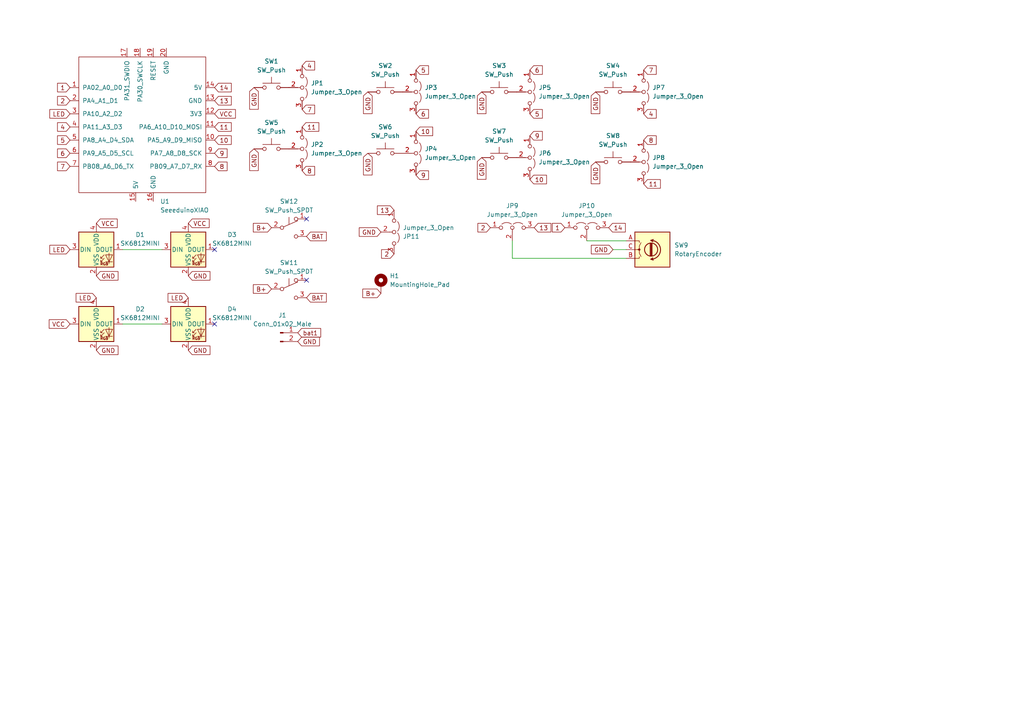
<source format=kicad_sch>
(kicad_sch (version 20211123) (generator eeschema)
  (paper "A4")
  (lib_symbols
    (symbol "Connector:Conn_01x02_Male" (pin_names (offset 1.016) hide)
      (property "Reference" "J" (at 0 2.54 0))
      (property "Value" "Conn_01x02_Male" (at 0 -5.08 0))
      (symbol "Conn_01x02_Male_1_1"
        (polyline (pts (xy 1.27 -2.54) (xy 0.8636 -2.54)) (stroke (width 0.1524)))
        (polyline (pts (xy 1.27 0) (xy 0.8636 0)) (stroke (width 0.1524)))
        (rectangle (start 0.8636 -2.413) (end 0 -2.667) (stroke (width 0.1524)) (fill (type outline)))
        (rectangle (start 0.8636 0.127) (end 0 -0.127) (stroke (width 0.1524)) (fill (type outline)))
        (pin passive line (at 5.08 0 180) (length 3.81) (name "Pin_1") (number "1"))
        (pin passive line (at 5.08 -2.54 180) (length 3.81) (name "Pin_2") (number "2"))
      )
    )
    (symbol "Device:RotaryEncoder" (pin_names (offset 0.254) hide)
      (property "Reference" "SW" (at 0 6.604 0))
      (property "Value" "RotaryEncoder" (at 0 -6.604 0))
      (symbol "RotaryEncoder_0_1"
        (rectangle (start -5.08 5.08) (end 5.08 -5.08) (stroke (width 0.254)) (fill (type background)))
        (circle (center -3.81 0) (radius 0.254) (fill (type outline)))
        (arc (start -0.381 -2.794) (mid 2.3622 -0.0508) (end -0.381 2.667) (stroke (width 0.254)))
        (circle (center -0.381 0) (radius 1.905) (stroke (width 0.254)))
        (polyline (pts (xy -0.635 -1.778) (xy -0.635 1.778)) (stroke (width 0.254)))
        (polyline (pts (xy -0.381 -1.778) (xy -0.381 1.778)) (stroke (width 0.254)))
        (polyline (pts (xy -0.127 1.778) (xy -0.127 -1.778)) (stroke (width 0.254)))
        (polyline (pts (xy -5.08 -2.54) (xy -3.81 -2.54) (xy -3.81 -2.032)))
        (polyline (pts (xy -5.08 2.54) (xy -3.81 2.54) (xy -3.81 2.032)))
        (polyline (pts (xy 0.254 -3.048) (xy -0.508 -2.794) (xy 0.127 -2.413)) (stroke (width 0.254)))
        (polyline (pts (xy 0.254 2.921) (xy -0.508 2.667) (xy 0.127 2.286)) (stroke (width 0.254)))
        (polyline (pts (xy -5.08 0) (xy -3.81 0) (xy -3.81 -1.016) (xy -3.302 -2.032)))
        (polyline (pts (xy -4.318 0) (xy -3.81 0) (xy -3.81 1.016) (xy -3.302 2.032)))
      )
      (symbol "RotaryEncoder_1_1"
        (pin passive line (at -7.62 2.54 0) (length 2.54) (name "A") (number "A"))
        (pin passive line (at -7.62 -2.54 0) (length 2.54) (name "B") (number "B"))
        (pin passive line (at -7.62 0 0) (length 2.54) (name "C") (number "C"))
      )
    )
    (symbol "Jumper:Jumper_3_Open" (pin_names (offset 0) hide)
      (property "Reference" "JP" (at -2.54 -2.54 0))
      (property "Value" "Jumper_3_Open" (at 0 2.794 0))
      (symbol "Jumper_3_Open_0_0"
        (circle (center -3.302 0) (radius 0.508))
        (circle (center 0 0) (radius 0.508))
        (circle (center 3.302 0) (radius 0.508))
      )
      (symbol "Jumper_3_Open_0_1"
        (arc (start -0.254 1.016) (mid -1.651 1.4992) (end -3.048 1.016))
        (polyline (pts (xy 0 -0.508) (xy 0 -1.27)))
        (arc (start 3.048 1.016) (mid 1.651 1.4992) (end 0.254 1.016))
      )
      (symbol "Jumper_3_Open_1_1"
        (pin passive line (at -6.35 0 0) (length 2.54) (name "A") (number "1"))
        (pin passive line (at 0 -3.81 90) (length 2.54) (name "C") (number "2"))
        (pin passive line (at 6.35 0 180) (length 2.54) (name "B") (number "3"))
      )
    )
    (symbol "LED:SK6812MINI" (pin_names (offset 0.254))
      (property "Reference" "D" (at 5.08 5.715 0))
      (property "Value" "SK6812MINI" (at 1.27 -5.715 0))
      (symbol "SK6812MINI_0_0"
        (text "RGB" (at 2.286 -4.191 0) (effects (font (size 0.762 0.762))))
      )
      (symbol "SK6812MINI_0_1"
        (polyline (pts (xy 1.27 -3.556) (xy 1.778 -3.556)))
        (polyline (pts (xy 1.27 -2.54) (xy 1.778 -2.54)))
        (polyline (pts (xy 4.699 -3.556) (xy 2.667 -3.556)))
        (polyline (pts (xy 2.286 -2.54) (xy 1.27 -3.556) (xy 1.27 -3.048)))
        (polyline (pts (xy 2.286 -1.524) (xy 1.27 -2.54) (xy 1.27 -2.032)))
        (polyline (pts (xy 3.683 -1.016) (xy 3.683 -3.556) (xy 3.683 -4.064)))
        (polyline (pts (xy 4.699 -1.524) (xy 2.667 -1.524) (xy 3.683 -3.556) (xy 4.699 -1.524)))
        (rectangle (start 5.08 5.08) (end -5.08 -5.08) (stroke (width 0.254)) (fill (type background)))
      )
      (symbol "SK6812MINI_1_1"
        (pin output line (at 7.62 0 180) (length 2.54) (name "DOUT") (number "1"))
        (pin power_in line (at 0 -7.62 90) (length 2.54) (name "VSS") (number "2"))
        (pin input line (at -7.62 0 0) (length 2.54) (name "DIN") (number "3"))
        (pin power_in line (at 0 7.62 270) (length 2.54) (name "VDD") (number "4"))
      )
    )
    (symbol "Mechanical:MountingHole_Pad" (pin_numbers hide) (pin_names (offset 1.016) hide)
      (property "Reference" "H" (at 0 6.35 0))
      (property "Value" "MountingHole_Pad" (at 0 4.445 0))
      (symbol "MountingHole_Pad_0_1"
        (circle (center 0 1.27) (radius 1.27) (stroke (width 1.27)))
      )
      (symbol "MountingHole_Pad_1_1"
        (pin input line (at 0 -2.54 90) (length 2.54) (name "1") (number "1"))
      )
    )
    (symbol "Switch:SW_Push" (pin_numbers hide) (pin_names (offset 1.016) hide)
      (property "Reference" "SW" (at 1.27 2.54 0))
      (property "Value" "SW_Push" (at 0 -1.524 0))
      (symbol "SW_Push_0_1"
        (circle (center -2.032 0) (radius 0.508))
        (polyline (pts (xy 0 1.27) (xy 0 3.048)))
        (polyline (pts (xy 2.54 1.27) (xy -2.54 1.27)))
        (circle (center 2.032 0) (radius 0.508))
        (pin passive line (at -5.08 0 0) (length 2.54) (name "1") (number "1"))
        (pin passive line (at 5.08 0 180) (length 2.54) (name "2") (number "2"))
      )
    )
    (symbol "Switch:SW_Push_SPDT" (pin_names (offset 0) hide)
      (property "Reference" "SW" (at 0 4.318 0))
      (property "Value" "SW_Push_SPDT" (at 0 -5.08 0))
      (symbol "SW_Push_SPDT_0_0"
        (circle (center -2.032 0) (radius 0.508))
        (polyline (pts (xy 0 1.016) (xy 0 3.048)))
        (circle (center 2.032 -2.54) (radius 0.508))
      )
      (symbol "SW_Push_SPDT_0_1"
        (polyline (pts (xy -1.524 0.254) (xy 2.54 2.032)))
        (circle (center 2.032 2.54) (radius 0.508))
      )
      (symbol "SW_Push_SPDT_1_1"
        (pin passive line (at 5.08 2.54 180) (length 2.54) (name "A") (number "1"))
        (pin passive line (at -5.08 0 0) (length 2.54) (name "B") (number "2"))
        (pin passive line (at 5.08 -2.54 180) (length 2.54) (name "C") (number "3"))
      )
    )
    (symbol "xiao:SeeeduinoXIAO" (pin_names (offset 1.016))
      (property "Reference" "U" (at -19.05 22.86 0))
      (property "Value" "SeeeduinoXIAO" (at -12.7 21.59 0))
      (symbol "SeeeduinoXIAO_0_1"
        (rectangle (start -19.05 20.32) (end 17.78 -19.05))
      )
      (symbol "SeeeduinoXIAO_1_1"
        (pin unspecified line (at -21.59 11.43 0) (length 2.54) (name "PA02_A0_D0") (number "1"))
        (pin unspecified line (at 20.32 -3.81 180) (length 2.54) (name "PA5_A9_D9_MISO") (number "10"))
        (pin unspecified line (at 20.32 0 180) (length 2.54) (name "PA6_A10_D10_MOSI") (number "11"))
        (pin unspecified line (at 20.32 3.81 180) (length 2.54) (name "3V3") (number "12"))
        (pin unspecified line (at 20.32 7.62 180) (length 2.54) (name "GND") (number "13"))
        (pin unspecified line (at 20.32 11.43 180) (length 2.54) (name "5V") (number "14"))
        (pin input line (at -2.54 -21.59 90) (length 2.54) (name "5V") (number "15"))
        (pin input line (at 2.54 -21.59 90) (length 2.54) (name "GND") (number "16"))
        (pin input line (at -5.08 22.86 270) (length 2.54) (name "PA31_SWDIO") (number "17"))
        (pin input line (at -1.27 22.86 270) (length 2.54) (name "PA30_SWCLK") (number "18"))
        (pin input line (at 2.54 22.86 270) (length 2.54) (name "RESET") (number "19"))
        (pin unspecified line (at -21.59 7.62 0) (length 2.54) (name "PA4_A1_D1") (number "2"))
        (pin input line (at 6.35 22.86 270) (length 2.54) (name "GND") (number "20"))
        (pin unspecified line (at -21.59 3.81 0) (length 2.54) (name "PA10_A2_D2") (number "3"))
        (pin unspecified line (at -21.59 0 0) (length 2.54) (name "PA11_A3_D3") (number "4"))
        (pin unspecified line (at -21.59 -3.81 0) (length 2.54) (name "PA8_A4_D4_SDA") (number "5"))
        (pin unspecified line (at -21.59 -7.62 0) (length 2.54) (name "PA9_A5_D5_SCL") (number "6"))
        (pin unspecified line (at -21.59 -11.43 0) (length 2.54) (name "PB08_A6_D6_TX") (number "7"))
        (pin unspecified line (at 20.32 -11.43 180) (length 2.54) (name "PB09_A7_D7_RX") (number "8"))
        (pin unspecified line (at 20.32 -7.62 180) (length 2.54) (name "PA7_A8_D8_SCK") (number "9"))
      )
    )
  )
  (no_connect (at 88.9 81.28))
  (no_connect (at 88.9 63.5))
  (no_connect (at 62.23 72.39))
  (no_connect (at 62.23 93.98))
  (wire (pts (xy 35.56 72.39) (xy 46.99 72.39)))
  (wire (pts (xy 35.56 93.98) (xy 46.99 93.98)))
  (wire (pts (xy 148.59 74.93) (xy 148.59 69.85)))
  (wire (pts (xy 148.59 74.93) (xy 181.61 74.93)))
  (wire (pts (xy 170.18 69.85) (xy 181.61 69.85)))
  (wire (pts (xy 177.8 72.39) (xy 181.61 72.39)))
  (global_label "GND" (shape input) (at 139.7 45.72 270) (property "Intersheet References" "${INTERSHEET_REFS}" (effects hide)))
  (global_label "13" (shape input) (at 154.94 66.04 0) (property "Intersheet References" "${INTERSHEET_REFS}" (effects hide)))
  (global_label "GND" (shape input) (at 110.49 67.31 180) (property "Intersheet References" "${INTERSHEET_REFS}" (effects hide)))
  (global_label "10" (shape input) (at 62.23 40.64 0) (property "Intersheet References" "${INTERSHEET_REFS}" (effects hide)))
  (global_label "2" (shape input) (at 142.24 66.04 180) (property "Intersheet References" "${INTERSHEET_REFS}" (effects hide)))
  (global_label "11" (shape input) (at 87.63 36.83 0) (property "Intersheet References" "${INTERSHEET_REFS}" (effects hide)))
  (global_label "B+" (shape input) (at 78.74 83.82 180) (property "Intersheet References" "${INTERSHEET_REFS}" (effects hide)))
  (global_label "10" (shape input) (at 120.65 38.1 0) (property "Intersheet References" "${INTERSHEET_REFS}" (effects hide)))
  (global_label "1" (shape input) (at 163.83 66.04 180) (property "Intersheet References" "${INTERSHEET_REFS}" (effects hide)))
  (global_label "9" (shape input) (at 120.65 50.8 0) (property "Intersheet References" "${INTERSHEET_REFS}" (effects hide)))
  (global_label "1" (shape input) (at 20.32 25.4 180) (property "Intersheet References" "${INTERSHEET_REFS}" (effects hide)))
  (global_label "VCC" (shape input) (at 54.61 64.77 0) (property "Intersheet References" "${INTERSHEET_REFS}" (effects hide)))
  (global_label "GND" (shape input) (at 54.61 101.6 0) (property "Intersheet References" "${INTERSHEET_REFS}" (effects hide)))
  (global_label "13" (shape input) (at 62.23 29.21 0) (property "Intersheet References" "${INTERSHEET_REFS}" (effects hide)))
  (global_label "GND" (shape input) (at 106.68 26.67 270) (property "Intersheet References" "${INTERSHEET_REFS}" (effects hide)))
  (global_label "7" (shape input) (at 87.63 31.75 0) (property "Intersheet References" "${INTERSHEET_REFS}" (effects hide)))
  (global_label "14" (shape input) (at 176.53 66.04 0) (property "Intersheet References" "${INTERSHEET_REFS}" (effects hide)))
  (global_label "VCC" (shape input) (at 20.32 93.98 180) (property "Intersheet References" "${INTERSHEET_REFS}" (effects hide)))
  (global_label "GND" (shape input) (at 172.72 46.99 270) (property "Intersheet References" "${INTERSHEET_REFS}" (effects hide)))
  (global_label "GND" (shape input) (at 106.68 44.45 270) (property "Intersheet References" "${INTERSHEET_REFS}" (effects hide)))
  (global_label "LED" (shape input) (at 27.94 86.36 180) (property "Intersheet References" "${INTERSHEET_REFS}" (effects hide)))
  (global_label "9" (shape input) (at 62.23 44.45 0) (property "Intersheet References" "${INTERSHEET_REFS}" (effects hide)))
  (global_label "B+" (shape input) (at 78.74 66.04 180) (property "Intersheet References" "${INTERSHEET_REFS}" (effects hide)))
  (global_label "11" (shape input) (at 62.23 36.83 0) (property "Intersheet References" "${INTERSHEET_REFS}" (effects hide)))
  (global_label "4" (shape input) (at 87.63 19.05 0) (property "Intersheet References" "${INTERSHEET_REFS}" (effects hide)))
  (global_label "VCC" (shape input) (at 62.23 33.02 0) (property "Intersheet References" "${INTERSHEET_REFS}" (effects hide)))
  (global_label "B+" (shape input) (at 110.49 85.09 180) (property "Intersheet References" "${INTERSHEET_REFS}" (effects hide)))
  (global_label "GND" (shape input) (at 177.8 72.39 180) (property "Intersheet References" "${INTERSHEET_REFS}" (effects hide)))
  (global_label "9" (shape input) (at 153.67 39.37 0) (property "Intersheet References" "${INTERSHEET_REFS}" (effects hide)))
  (global_label "BAT" (shape input) (at 88.9 68.58 0) (property "Intersheet References" "${INTERSHEET_REFS}" (effects hide)))
  (global_label "GND" (shape input) (at 73.66 25.4 270) (property "Intersheet References" "${INTERSHEET_REFS}" (effects hide)))
  (global_label "LED" (shape input) (at 20.32 72.39 180) (property "Intersheet References" "${INTERSHEET_REFS}" (effects hide)))
  (global_label "VCC" (shape input) (at 27.94 64.77 0) (property "Intersheet References" "${INTERSHEET_REFS}" (effects hide)))
  (global_label "bat1" (shape input) (at 86.36 96.52 0) (property "Intersheet References" "${INTERSHEET_REFS}" (effects hide)))
  (global_label "6" (shape input) (at 120.65 33.02 0) (property "Intersheet References" "${INTERSHEET_REFS}" (effects hide)))
  (global_label "LED" (shape input) (at 54.61 86.36 180) (property "Intersheet References" "${INTERSHEET_REFS}" (effects hide)))
  (global_label "8" (shape input) (at 186.69 40.64 0) (property "Intersheet References" "${INTERSHEET_REFS}" (effects hide)))
  (global_label "GND" (shape input) (at 172.72 26.67 270) (property "Intersheet References" "${INTERSHEET_REFS}" (effects hide)))
  (global_label "4" (shape input) (at 186.69 33.02 0) (property "Intersheet References" "${INTERSHEET_REFS}" (effects hide)))
  (global_label "13" (shape input) (at 114.3 60.96 180) (property "Intersheet References" "${INTERSHEET_REFS}" (effects hide)))
  (global_label "11" (shape input) (at 186.69 53.34 0) (property "Intersheet References" "${INTERSHEET_REFS}" (effects hide)))
  (global_label "5" (shape input) (at 153.67 33.02 0) (property "Intersheet References" "${INTERSHEET_REFS}" (effects hide)))
  (global_label "10" (shape input) (at 153.67 52.07 0) (property "Intersheet References" "${INTERSHEET_REFS}" (effects hide)))
  (global_label "LED" (shape input) (at 20.32 33.02 180) (property "Intersheet References" "${INTERSHEET_REFS}" (effects hide)))
  (global_label "8" (shape input) (at 62.23 48.26 0) (property "Intersheet References" "${INTERSHEET_REFS}" (effects hide)))
  (global_label "2" (shape input) (at 20.32 29.21 180) (property "Intersheet References" "${INTERSHEET_REFS}" (effects hide)))
  (global_label "5" (shape input) (at 120.65 20.32 0) (property "Intersheet References" "${INTERSHEET_REFS}" (effects hide)))
  (global_label "GND" (shape input) (at 27.94 80.01 0) (property "Intersheet References" "${INTERSHEET_REFS}" (effects hide)))
  (global_label "6" (shape input) (at 153.67 20.32 0) (property "Intersheet References" "${INTERSHEET_REFS}" (effects hide)))
  (global_label "5" (shape input) (at 20.32 40.64 180) (property "Intersheet References" "${INTERSHEET_REFS}" (effects hide)))
  (global_label "2" (shape input) (at 114.3 73.66 180) (property "Intersheet References" "${INTERSHEET_REFS}" (effects hide)))
  (global_label "4" (shape input) (at 20.32 36.83 180) (property "Intersheet References" "${INTERSHEET_REFS}" (effects hide)))
  (global_label "GND" (shape input) (at 27.94 101.6 0) (property "Intersheet References" "${INTERSHEET_REFS}" (effects hide)))
  (global_label "GND" (shape input) (at 54.61 80.01 0) (property "Intersheet References" "${INTERSHEET_REFS}" (effects hide)))
  (global_label "14" (shape input) (at 62.23 25.4 0) (property "Intersheet References" "${INTERSHEET_REFS}" (effects hide)))
  (global_label "7" (shape input) (at 20.32 48.26 180) (property "Intersheet References" "${INTERSHEET_REFS}" (effects hide)))
  (global_label "BAT" (shape input) (at 88.9 86.36 0) (property "Intersheet References" "${INTERSHEET_REFS}" (effects hide)))
  (global_label "7" (shape input) (at 186.69 20.32 0) (property "Intersheet References" "${INTERSHEET_REFS}" (effects hide)))
  (global_label "GND" (shape input) (at 139.7 26.67 270) (property "Intersheet References" "${INTERSHEET_REFS}" (effects hide)))
  (global_label "GND" (shape input) (at 73.66 43.18 270) (property "Intersheet References" "${INTERSHEET_REFS}" (effects hide)))
  (global_label "6" (shape input) (at 20.32 44.45 180) (property "Intersheet References" "${INTERSHEET_REFS}" (effects hide)))
  (global_label "8" (shape input) (at 87.63 49.53 0) (property "Intersheet References" "${INTERSHEET_REFS}" (effects hide)))
  (global_label "GND" (shape input) (at 86.36 99.06 0) (property "Intersheet References" "${INTERSHEET_REFS}" (effects hide)))
  (symbol (lib_id "Jumper:Jumper_3_Open") (at 186.69 26.67 270) (unit 1)
    (property "Reference" "JP7" (at 189.23 25.3999 90) (effects (justify left)))
    (property "Value" "Jumper_3_Open" (at 189.23 27.9399 90) (effects (justify left)))
    (property "Footprint" "beibob:SolderJumper-3_P1.3mm_Open_RoundedPad1.0x1.5mm_NumberLabels" (effects hide))
  )
  (symbol (lib_id "Jumper:Jumper_3_Open") (at 153.67 26.67 270) (unit 1)
    (property "Reference" "JP5" (at 156.21 25.3999 90) (effects (justify left)))
    (property "Value" "Jumper_3_Open" (at 156.21 27.9399 90) (effects (justify left)))
    (property "Footprint" "beibob:SolderJumper-3_P1.3mm_Open_RoundedPad1.0x1.5mm_NumberLabels" (effects hide))
  )
  (symbol (lib_id "Jumper:Jumper_3_Open") (at 186.69 46.99 270) (unit 1)
    (property "Reference" "JP8" (at 189.23 45.7199 90) (effects (justify left)))
    (property "Value" "Jumper_3_Open" (at 189.23 48.2599 90) (effects (justify left)))
    (property "Footprint" "beibob:SolderJumper-3_P1.3mm_Open_RoundedPad1.0x1.5mm_NumberLabels" (effects hide))
  )
  (symbol (lib_id "Switch:SW_Push") (at 144.78 45.72 0) (unit 1)
    (property "Reference" "SW7" (at 144.78 38.1 0))
    (property "Value" "SW_Push" (at 144.78 40.64 0))
    (property "Footprint" "beibob:einmalalles" (effects hide))
  )
  (symbol (lib_id "Switch:SW_Push") (at 78.74 43.18 0) (unit 1)
    (property "Reference" "SW5" (at 78.74 35.56 0))
    (property "Value" "SW_Push" (at 78.74 38.1 0))
    (property "Footprint" "beibob:einmalalles" (effects hide))
  )
  (symbol (lib_id "Jumper:Jumper_3_Open") (at 87.63 43.18 270) (unit 1)
    (property "Reference" "JP2" (at 90.17 41.9099 90) (effects (justify left)))
    (property "Value" "Jumper_3_Open" (at 90.17 44.4499 90) (effects (justify left)))
    (property "Footprint" "beibob:SolderJumper-3_P1.3mm_Open_RoundedPad1.0x1.5mm_NumberLabels" (effects hide))
  )
  (symbol (lib_id "Switch:SW_Push") (at 144.78 26.67 0) (unit 1)
    (property "Reference" "SW3" (at 144.78 19.05 0))
    (property "Value" "SW_Push" (at 144.78 21.59 0))
    (property "Footprint" "beibob:einmalalles" (effects hide))
  )
  (symbol (lib_id "Jumper:Jumper_3_Open") (at 170.18 66.04 0) (unit 1)
    (property "Reference" "JP10" (at 170.18 59.69 0))
    (property "Value" "Jumper_3_Open" (at 170.18 62.23 0))
    (property "Footprint" "beibob:SolderJumper-3_P1.3mm_Open_RoundedPad1.0x1.5mm_NumberLabels" (effects hide))
  )
  (symbol (lib_id "Jumper:Jumper_3_Open") (at 87.63 25.4 270) (unit 1)
    (property "Reference" "JP1" (at 90.17 24.1299 90) (effects (justify left)))
    (property "Value" "Jumper_3_Open" (at 90.17 26.6699 90) (effects (justify left)))
    (property "Footprint" "beibob:SolderJumper-3_P1.3mm_Open_RoundedPad1.0x1.5mm_NumberLabels" (effects hide))
  )
  (symbol (lib_id "LED:SK6812MINI") (at 27.94 93.98 0) (unit 1)
    (property "Reference" "D2" (at 40.64 89.6493 0))
    (property "Value" "SK6812MINI" (at 40.64 92.1893 0))
    (property "Footprint" "LED_SMD:LED_SK6812MINI_PLCC4_3.5x3.5mm_P1.75mm" (effects hide))
    (property "Datasheet" "https://cdn-shop.adafruit.com/product-files/2686/SK6812MINI_REV.01-1-2.pdf" (effects hide))
  )
  (symbol (lib_id "Switch:SW_Push_SPDT") (at 83.82 83.82 0) (unit 1)
    (property "Reference" "SW11" (at 83.82 76.2 0))
    (property "Value" "SW_Push_SPDT" (at 83.82 78.74 0))
    (property "Footprint" "Button_Switch_SMD:SW_SPDT_PCM12" (effects hide))
  )
  (symbol (lib_id "Connector:Conn_01x02_Male") (at 81.28 96.52 0) (unit 1)
    (property "Reference" "J1" (at 81.915 91.44 0))
    (property "Value" "Conn_01x02_Male" (at 81.915 93.98 0))
    (property "Footprint" "Connector_JST:JST_EH_S2B-EH_1x02_P2.50mm_Horizontal" (effects hide))
  )
  (symbol (lib_id "Jumper:Jumper_3_Open") (at 120.65 44.45 270) (unit 1)
    (property "Reference" "JP4" (at 123.19 43.1799 90) (effects (justify left)))
    (property "Value" "Jumper_3_Open" (at 123.19 45.7199 90) (effects (justify left)))
    (property "Footprint" "beibob:SolderJumper-3_P1.3mm_Open_RoundedPad1.0x1.5mm_NumberLabels" (effects hide))
  )
  (symbol (lib_id "Device:RotaryEncoder") (at 189.23 72.39 0) (unit 1)
    (property "Reference" "SW9" (at 195.58 71.1199 0) (effects (justify left)))
    (property "Value" "RotaryEncoder" (at 195.58 73.6599 0) (effects (justify left)))
    (property "Footprint" "keebio:RotaryEncoder_EC11" (effects hide))
  )
  (symbol (lib_id "Switch:SW_Push") (at 177.8 26.67 0) (unit 1)
    (property "Reference" "SW4" (at 177.8 19.05 0))
    (property "Value" "SW_Push" (at 177.8 21.59 0))
    (property "Footprint" "beibob:einmalalles" (effects hide))
  )
  (symbol (lib_id "LED:SK6812MINI") (at 54.61 72.39 0) (unit 1)
    (property "Reference" "D3" (at 67.31 68.0593 0))
    (property "Value" "SK6812MINI" (at 67.31 70.5993 0))
    (property "Footprint" "LED_SMD:LED_SK6812MINI_PLCC4_3.5x3.5mm_P1.75mm" (effects hide))
    (property "Datasheet" "https://cdn-shop.adafruit.com/product-files/2686/SK6812MINI_REV.01-1-2.pdf" (effects hide))
  )
  (symbol (lib_id "Switch:SW_Push") (at 78.74 25.4 0) (unit 1)
    (property "Reference" "SW1" (at 78.74 17.78 0))
    (property "Value" "SW_Push" (at 78.74 20.32 0))
    (property "Footprint" "beibob:einmalalles" (effects hide))
  )
  (symbol (lib_id "Jumper:Jumper_3_Open") (at 153.67 45.72 270) (unit 1)
    (property "Reference" "JP6" (at 156.21 44.4499 90) (effects (justify left)))
    (property "Value" "Jumper_3_Open" (at 156.21 46.9899 90) (effects (justify left)))
    (property "Footprint" "beibob:SolderJumper-3_P1.3mm_Open_RoundedPad1.0x1.5mm_NumberLabels" (effects hide))
  )
  (symbol (lib_id "xiao:SeeeduinoXIAO") (at 41.91 36.83 0) (unit 1)
    (property "Reference" "U1" (at 46.4694 58.42 0) (effects (justify left)))
    (property "Value" "SeeeduinoXIAO" (at 46.4694 60.96 0) (effects (justify left)))
    (property "Footprint" "beibob:xiao-ble-thtbatfach" (effects hide))
  )
  (symbol (lib_id "Jumper:Jumper_3_Open") (at 114.3 67.31 270) (unit 1)
    (property "Reference" "JP11" (at 116.84 68.5801 90) (effects (justify left)))
    (property "Value" "Jumper_3_Open" (at 116.84 66.0401 90) (effects (justify left)))
    (property "Footprint" "beibob:SolderJumper-3_P1.3mm_Open_RoundedPad1.0x1.5mm_NumberLabels" (effects hide))
  )
  (symbol (lib_id "Switch:SW_Push") (at 111.76 26.67 0) (unit 1)
    (property "Reference" "SW2" (at 111.76 19.05 0))
    (property "Value" "SW_Push" (at 111.76 21.59 0))
    (property "Footprint" "beibob:einmalalles" (effects hide))
  )
  (symbol (lib_id "Jumper:Jumper_3_Open") (at 120.65 26.67 270) (unit 1)
    (property "Reference" "JP3" (at 123.19 25.3999 90) (effects (justify left)))
    (property "Value" "Jumper_3_Open" (at 123.19 27.9399 90) (effects (justify left)))
    (property "Footprint" "beibob:SolderJumper-3_P1.3mm_Open_RoundedPad1.0x1.5mm_NumberLabels" (effects hide))
  )
  (symbol (lib_id "Jumper:Jumper_3_Open") (at 148.59 66.04 0) (unit 1)
    (property "Reference" "JP9" (at 148.59 59.69 0))
    (property "Value" "Jumper_3_Open" (at 148.59 62.23 0))
    (property "Footprint" "beibob:SolderJumper-3_P1.3mm_Open_RoundedPad1.0x1.5mm_NumberLabels" (effects hide))
  )
  (symbol (lib_id "Switch:SW_Push") (at 177.8 46.99 0) (unit 1)
    (property "Reference" "SW8" (at 177.8 39.37 0))
    (property "Value" "SW_Push" (at 177.8 41.91 0))
    (property "Footprint" "beibob:einmalalles" (effects hide))
  )
  (symbol (lib_id "Switch:SW_Push_SPDT") (at 83.82 66.04 0) (unit 1)
    (property "Reference" "SW12" (at 83.82 58.42 0))
    (property "Value" "SW_Push_SPDT" (at 83.82 60.96 0))
    (property "Footprint" "Button_Switch_SMD:SW_SPDT_PCM12" (effects hide))
  )
  (symbol (lib_id "LED:SK6812MINI") (at 54.61 93.98 0) (unit 1)
    (property "Reference" "D4" (at 67.31 89.6493 0))
    (property "Value" "SK6812MINI" (at 67.31 92.1893 0))
    (property "Footprint" "LED_SMD:LED_SK6812MINI_PLCC4_3.5x3.5mm_P1.75mm" (effects hide))
    (property "Datasheet" "https://cdn-shop.adafruit.com/product-files/2686/SK6812MINI_REV.01-1-2.pdf" (effects hide))
  )
  (symbol (lib_id "Switch:SW_Push") (at 111.76 44.45 0) (unit 1)
    (property "Reference" "SW6" (at 111.76 36.83 0))
    (property "Value" "SW_Push" (at 111.76 39.37 0))
    (property "Footprint" "beibob:einmalalles" (effects hide))
  )
  (symbol (lib_id "LED:SK6812MINI") (at 27.94 72.39 0) (unit 1)
    (property "Reference" "D1" (at 40.64 68.0593 0))
    (property "Value" "SK6812MINI" (at 40.64 70.5993 0))
    (property "Footprint" "LED_SMD:LED_SK6812MINI_PLCC4_3.5x3.5mm_P1.75mm" (effects hide))
    (property "Datasheet" "https://cdn-shop.adafruit.com/product-files/2686/SK6812MINI_REV.01-1-2.pdf" (effects hide))
  )
  (symbol (lib_id "Mechanical:MountingHole_Pad") (at 110.49 82.55 0) (unit 1)
    (property "Reference" "H1" (at 113.03 80.0099 0) (effects (justify left)))
    (property "Value" "MountingHole_Pad" (at 113.03 82.5499 0) (effects (justify left)))
    (property "Footprint" "Connector_Wire:SolderWire-0.15sqmm_1x01_D0.5mm_OD1.5mm" (effects hide))
  )
)
</source>
